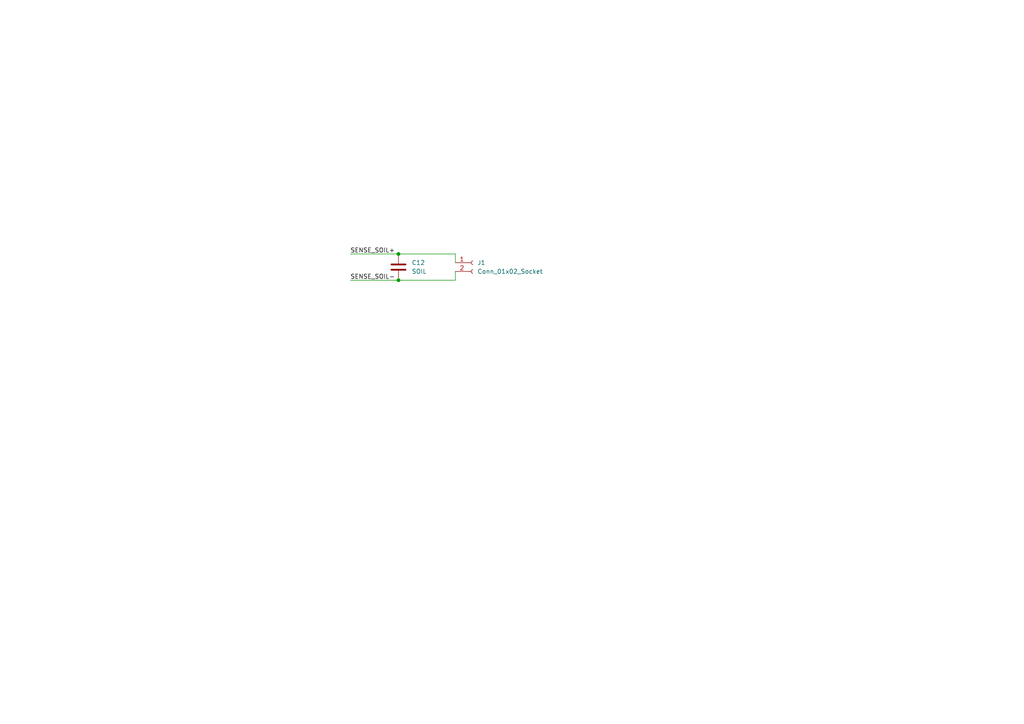
<source format=kicad_sch>
(kicad_sch (version 20250114) (generator "eeschema") (generator_version "9.0")
  (paper "A4")
  (title_block (title "Soil Monitor v0.1"))
  (lib_symbols
    (symbol "Connector:Conn_01x02_Socket" (pin_names (offset 1.016) (hide yes))
      (property "Reference" "J" (at 0 2.54 0))
      (property "Value" "Conn_01x02_Socket" (at 0 -5.08 0))
      (symbol "Conn_01x02_Socket_1_1"
        (polyline (pts (xy -1.27 0) (xy -0.508 0)) (stroke (width 0.1524)))
        (polyline (pts (xy -1.27 -2.54) (xy -0.508 -2.54)) (stroke (width 0.1524)))
        (arc (start 0 -0.508) (mid -0.5058 0) (end 0 0.508) (stroke (width 0.1524)))
        (arc (start 0 -3.048) (mid -0.5058 -2.54) (end 0 -2.032) (stroke (width 0.1524)))
        (pin passive line (at -5.08 0 0) (length 3.81) (name "Pin_1") (number "1"))
        (pin passive line (at -5.08 -2.54 0) (length 3.81) (name "Pin_2") (number "2"))
      )
    )
    (symbol "Device:C" (pin_numbers (hide yes)) (pin_names (offset 0.254))
      (property "Reference" "C" (at 0.635 2.54 0))
      (property "Value" "C" (at 0.635 -2.54 0))
      (symbol "C_0_1"
        (polyline (pts (xy -2.032 0.762) (xy 2.032 0.762)) (stroke (width 0.508)))
        (polyline (pts (xy -2.032 -0.762) (xy 2.032 -0.762)) (stroke (width 0.508)))
      )
      (symbol "C_1_1"
        (pin passive line (at 0 3.81 270) (length 2.794) (name "~") (number "1"))
        (pin passive line (at 0 -3.81 90) (length 2.794) (name "~") (number "2"))
      )
    )
  )
  (junction (at 115.57 73.66))
  (junction (at 115.57 81.28))
  (wire (pts (xy 115.57 81.28) (xy 132.08 81.28)))
  (wire (pts (xy 115.57 73.66) (xy 132.08 73.66)))
  (wire (pts (xy 132.08 73.66) (xy 132.08 76.2)))
  (wire (pts (xy 101.6 73.66) (xy 115.57 73.66)))
  (wire (pts (xy 101.6 81.28) (xy 115.57 81.28)))
  (wire (pts (xy 132.08 81.28) (xy 132.08 78.74)))
  (label "SENSE_SOIL+" (at 101.6 73.66 0))
  (label "SENSE_SOIL-" (at 101.6 81.28 0))
  (symbol (lib_id "Connector:Conn_01x02_Socket") (at 137.16 76.2 0) (unit 1)
    (property "Reference" "J1" (at 138.43 76.1999 0) (effects (justify left)))
    (property "Value" "Conn_01x02_Socket" (at 138.43 78.7399 0) (effects (justify left)))
    (property "Footprint" "Connector_PinSocket_2.54mm:PinSocket_1x02_P2.54mm_Vertical" (effects (hide yes)))
    (property "Description" "Generic connector, single row, 01x02, script generated" (effects (hide yes)))
  )
  (symbol (lib_id "Device:C") (at 115.57 77.47 0) (unit 1)
    (property "Reference" "C12" (at 119.38 76.1999 0) (effects (justify left)))
    (property "Value" "SOIL" (at 119.38 78.7399 0) (effects (justify left)))
    (property "Footprint" "CapacitiveStrips:C_Rectangle" (effects (hide yes)))
    (property "Description" "Unpolarized capacitor" (effects (hide yes)))
  )
)
</source>
